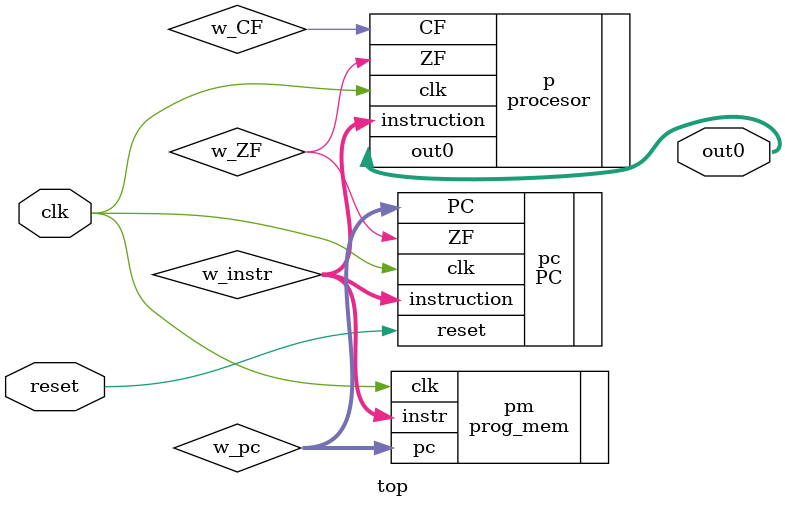
<source format=v>
module top(
	input clk,		
	input reset,
	output [31:0] out0
);


wire [31:0] w_pc;
wire [31:0] w_instr;
wire w_ZF, w_CF;

prog_mem pm (
	.pc(w_pc),
	.clk(clk),
	.instr(w_instr)
);
procesor p (
	.clk(clk),
	.instruction(w_instr),
	.ZF(w_ZF),
	.CF(w_CF),
	.out0(out0)
				
);

PC pc (
	.clk(clk),
	.reset(reset),
	.ZF(w_ZF),
	.instruction(w_instr),
	.PC(w_pc)
);
endmodule

</source>
